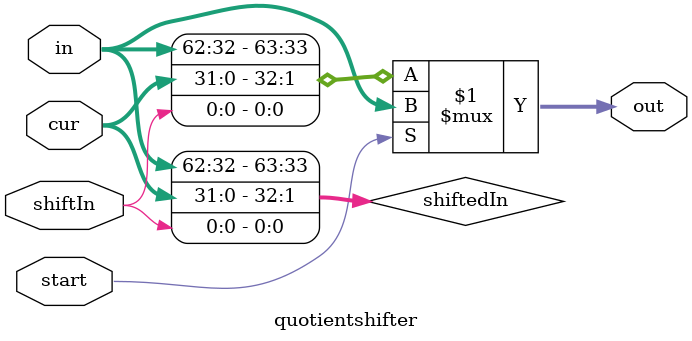
<source format=v>
module quotientshifter(in, cur, shiftIn, start, out);
	input [63:0] in, cur;
	input start, shiftIn;
	
	output [63:0] out;
	
	wire [63:0] shiftedIn;

	assign shiftedIn[63:33] = in[62:32];
	assign shiftedIn[32:1] = cur[31:0];
	assign shiftedIn[0] = shiftIn;
	
	assign out = start ? in : shiftedIn;
	
endmodule

</source>
